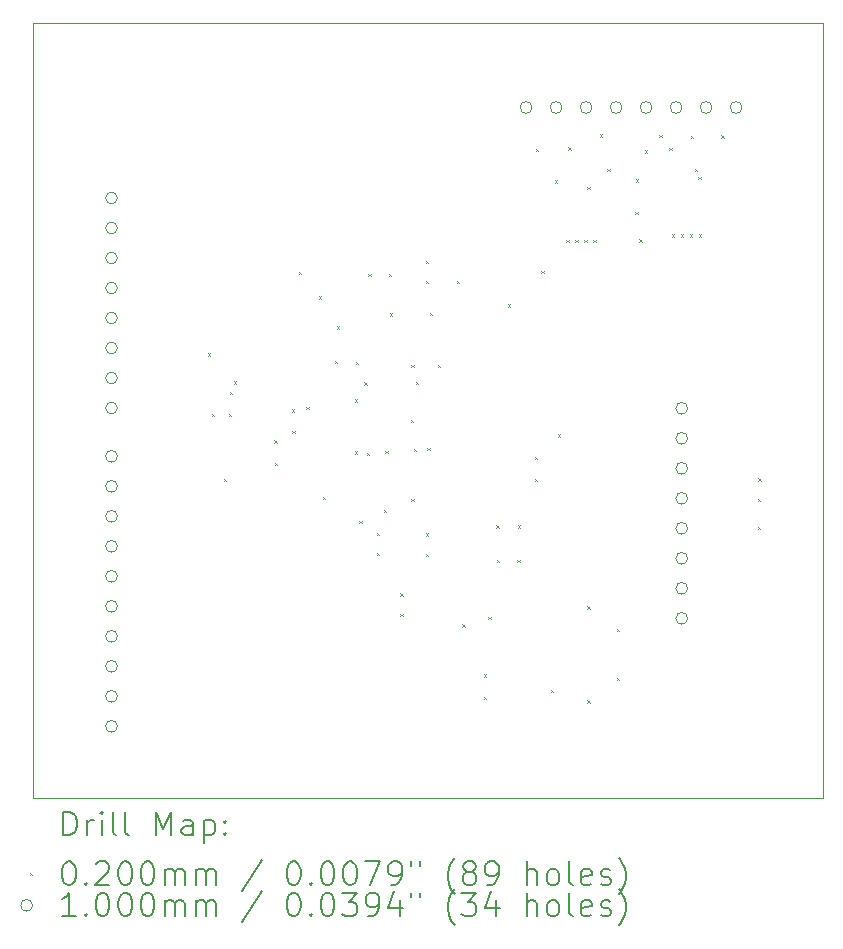
<source format=gbr>
%TF.GenerationSoftware,KiCad,Pcbnew,7.0.10*%
%TF.CreationDate,2024-03-16T23:25:48+05:30*%
%TF.ProjectId,breakout,62726561-6b6f-4757-942e-6b696361645f,rev?*%
%TF.SameCoordinates,Original*%
%TF.FileFunction,Drillmap*%
%TF.FilePolarity,Positive*%
%FSLAX45Y45*%
G04 Gerber Fmt 4.5, Leading zero omitted, Abs format (unit mm)*
G04 Created by KiCad (PCBNEW 7.0.10) date 2024-03-16 23:25:48*
%MOMM*%
%LPD*%
G01*
G04 APERTURE LIST*
%ADD10C,0.050000*%
%ADD11C,0.200000*%
%ADD12C,0.100000*%
G04 APERTURE END LIST*
D10*
X4464280Y-2931160D02*
X11150700Y-2931160D01*
X11150700Y-9497340D01*
X4464280Y-9497340D01*
X4464280Y-2931160D01*
D11*
D12*
X5945000Y-5730000D02*
X5965000Y-5750000D01*
X5965000Y-5730000D02*
X5945000Y-5750000D01*
X5980000Y-6240260D02*
X6000000Y-6260260D01*
X6000000Y-6240260D02*
X5980000Y-6260260D01*
X6080000Y-6790000D02*
X6100000Y-6810000D01*
X6100000Y-6790000D02*
X6080000Y-6810000D01*
X6125260Y-6240260D02*
X6145260Y-6260260D01*
X6145260Y-6240260D02*
X6125260Y-6260260D01*
X6130000Y-6055000D02*
X6150000Y-6075000D01*
X6150000Y-6055000D02*
X6130000Y-6075000D01*
X6165000Y-5965000D02*
X6185000Y-5985000D01*
X6185000Y-5965000D02*
X6165000Y-5985000D01*
X6510000Y-6467000D02*
X6530000Y-6487000D01*
X6530000Y-6467000D02*
X6510000Y-6487000D01*
X6511250Y-6657500D02*
X6531250Y-6677500D01*
X6531250Y-6657500D02*
X6511250Y-6677500D01*
X6660000Y-6205000D02*
X6680000Y-6225000D01*
X6680000Y-6205000D02*
X6660000Y-6225000D01*
X6662500Y-6387500D02*
X6682500Y-6407500D01*
X6682500Y-6387500D02*
X6662500Y-6407500D01*
X6717500Y-5040000D02*
X6737500Y-5060000D01*
X6737500Y-5040000D02*
X6717500Y-5060000D01*
X6780000Y-6185000D02*
X6800000Y-6205000D01*
X6800000Y-6185000D02*
X6780000Y-6205000D01*
X6887500Y-5245550D02*
X6907500Y-5265550D01*
X6907500Y-5245550D02*
X6887500Y-5265550D01*
X6921250Y-6945000D02*
X6941250Y-6965000D01*
X6941250Y-6945000D02*
X6921250Y-6965000D01*
X7020000Y-5795000D02*
X7040000Y-5815000D01*
X7040000Y-5795000D02*
X7020000Y-5815000D01*
X7040000Y-5500000D02*
X7060000Y-5520000D01*
X7060000Y-5500000D02*
X7040000Y-5520000D01*
X7190000Y-6120000D02*
X7210000Y-6140000D01*
X7210000Y-6120000D02*
X7190000Y-6140000D01*
X7190000Y-6560000D02*
X7210000Y-6580000D01*
X7210000Y-6560000D02*
X7190000Y-6580000D01*
X7200000Y-5800000D02*
X7220000Y-5820000D01*
X7220000Y-5800000D02*
X7200000Y-5820000D01*
X7230000Y-7150000D02*
X7250000Y-7170000D01*
X7250000Y-7150000D02*
X7230000Y-7170000D01*
X7272500Y-5975000D02*
X7292500Y-5995000D01*
X7292500Y-5975000D02*
X7272500Y-5995000D01*
X7295000Y-6570000D02*
X7315000Y-6590000D01*
X7315000Y-6570000D02*
X7295000Y-6590000D01*
X7303750Y-5055000D02*
X7323750Y-5075000D01*
X7323750Y-5055000D02*
X7303750Y-5075000D01*
X7375000Y-7248750D02*
X7395000Y-7268750D01*
X7395000Y-7248750D02*
X7375000Y-7268750D01*
X7375000Y-7421250D02*
X7395000Y-7441250D01*
X7395000Y-7421250D02*
X7375000Y-7441250D01*
X7435000Y-7055000D02*
X7455000Y-7075000D01*
X7455000Y-7055000D02*
X7435000Y-7075000D01*
X7450000Y-6555000D02*
X7470000Y-6575000D01*
X7470000Y-6555000D02*
X7450000Y-6575000D01*
X7476250Y-5055000D02*
X7496250Y-5075000D01*
X7496250Y-5055000D02*
X7476250Y-5075000D01*
X7485540Y-5389460D02*
X7505540Y-5409460D01*
X7505540Y-5389460D02*
X7485540Y-5409460D01*
X7575000Y-7762500D02*
X7595000Y-7782500D01*
X7595000Y-7762500D02*
X7575000Y-7782500D01*
X7575000Y-7935000D02*
X7595000Y-7955000D01*
X7595000Y-7935000D02*
X7575000Y-7955000D01*
X7666250Y-6290000D02*
X7686250Y-6310000D01*
X7686250Y-6290000D02*
X7666250Y-6310000D01*
X7670000Y-5825000D02*
X7690000Y-5845000D01*
X7690000Y-5825000D02*
X7670000Y-5845000D01*
X7670000Y-6960000D02*
X7690000Y-6980000D01*
X7690000Y-6960000D02*
X7670000Y-6980000D01*
X7690000Y-6540000D02*
X7710000Y-6560000D01*
X7710000Y-6540000D02*
X7690000Y-6560000D01*
X7705000Y-5970000D02*
X7725000Y-5990000D01*
X7725000Y-5970000D02*
X7705000Y-5990000D01*
X7790000Y-7252500D02*
X7810000Y-7272500D01*
X7810000Y-7252500D02*
X7790000Y-7272500D01*
X7790000Y-7425000D02*
X7810000Y-7445000D01*
X7810000Y-7425000D02*
X7790000Y-7445000D01*
X7792880Y-4943750D02*
X7812880Y-4963750D01*
X7812880Y-4943750D02*
X7792880Y-4963750D01*
X7792880Y-5116250D02*
X7812880Y-5136250D01*
X7812880Y-5116250D02*
X7792880Y-5136250D01*
X7805000Y-6530000D02*
X7825000Y-6550000D01*
X7825000Y-6530000D02*
X7805000Y-6550000D01*
X7825000Y-5385000D02*
X7845000Y-5405000D01*
X7845000Y-5385000D02*
X7825000Y-5405000D01*
X7895000Y-5825000D02*
X7915000Y-5845000D01*
X7915000Y-5825000D02*
X7895000Y-5845000D01*
X8055000Y-5116250D02*
X8075000Y-5136250D01*
X8075000Y-5116250D02*
X8055000Y-5136250D01*
X8102250Y-8025000D02*
X8122250Y-8045000D01*
X8122250Y-8025000D02*
X8102250Y-8045000D01*
X8282990Y-8446800D02*
X8302990Y-8466800D01*
X8302990Y-8446800D02*
X8282990Y-8466800D01*
X8282990Y-8637300D02*
X8302990Y-8657300D01*
X8302990Y-8637300D02*
X8282990Y-8657300D01*
X8322250Y-7960000D02*
X8342250Y-7980000D01*
X8342250Y-7960000D02*
X8322250Y-7980000D01*
X8390160Y-7185820D02*
X8410160Y-7205820D01*
X8410160Y-7185820D02*
X8390160Y-7205820D01*
X8395050Y-7480000D02*
X8415050Y-7500000D01*
X8415050Y-7480000D02*
X8395050Y-7500000D01*
X8485000Y-5315000D02*
X8505000Y-5335000D01*
X8505000Y-5315000D02*
X8485000Y-5335000D01*
X8567550Y-7480000D02*
X8587550Y-7500000D01*
X8587550Y-7480000D02*
X8567550Y-7500000D01*
X8572660Y-7185820D02*
X8592660Y-7205820D01*
X8592660Y-7185820D02*
X8572660Y-7205820D01*
X8712360Y-6606890D02*
X8732360Y-6626890D01*
X8732360Y-6606890D02*
X8712360Y-6626890D01*
X8712360Y-6789390D02*
X8732360Y-6809390D01*
X8732360Y-6789390D02*
X8712360Y-6809390D01*
X8722500Y-3997500D02*
X8742500Y-4017500D01*
X8742500Y-3997500D02*
X8722500Y-4017500D01*
X8770000Y-5030000D02*
X8790000Y-5050000D01*
X8790000Y-5030000D02*
X8770000Y-5050000D01*
X8849520Y-8576120D02*
X8869520Y-8596120D01*
X8869520Y-8576120D02*
X8849520Y-8596120D01*
X8885000Y-4265000D02*
X8905000Y-4285000D01*
X8905000Y-4265000D02*
X8885000Y-4285000D01*
X8910000Y-6415000D02*
X8930000Y-6435000D01*
X8930000Y-6415000D02*
X8910000Y-6435000D01*
X8981000Y-4767500D02*
X9001000Y-4787500D01*
X9001000Y-4767500D02*
X8981000Y-4787500D01*
X9000000Y-3985000D02*
X9020000Y-4005000D01*
X9020000Y-3985000D02*
X9000000Y-4005000D01*
X9057000Y-4767500D02*
X9077000Y-4787500D01*
X9077000Y-4767500D02*
X9057000Y-4787500D01*
X9133000Y-4767500D02*
X9153000Y-4787500D01*
X9153000Y-4767500D02*
X9133000Y-4787500D01*
X9158360Y-8668800D02*
X9178360Y-8688800D01*
X9178360Y-8668800D02*
X9158360Y-8688800D01*
X9159750Y-7870210D02*
X9179750Y-7890210D01*
X9179750Y-7870210D02*
X9159750Y-7890210D01*
X9160000Y-4320000D02*
X9180000Y-4340000D01*
X9180000Y-4320000D02*
X9160000Y-4340000D01*
X9209000Y-4767500D02*
X9229000Y-4787500D01*
X9229000Y-4767500D02*
X9209000Y-4787500D01*
X9265000Y-3875000D02*
X9285000Y-3895000D01*
X9285000Y-3875000D02*
X9265000Y-3895000D01*
X9330000Y-4165000D02*
X9350000Y-4185000D01*
X9350000Y-4165000D02*
X9330000Y-4185000D01*
X9409360Y-8478800D02*
X9429360Y-8498800D01*
X9429360Y-8478800D02*
X9409360Y-8498800D01*
X9410000Y-8060000D02*
X9430000Y-8080000D01*
X9430000Y-8060000D02*
X9410000Y-8080000D01*
X9565000Y-4530000D02*
X9585000Y-4550000D01*
X9585000Y-4530000D02*
X9565000Y-4550000D01*
X9570000Y-4255000D02*
X9590000Y-4275000D01*
X9590000Y-4255000D02*
X9570000Y-4275000D01*
X9600000Y-4765000D02*
X9620000Y-4785000D01*
X9620000Y-4765000D02*
X9600000Y-4785000D01*
X9647080Y-4010000D02*
X9667080Y-4030000D01*
X9667080Y-4010000D02*
X9647080Y-4030000D01*
X9770000Y-3880000D02*
X9790000Y-3900000D01*
X9790000Y-3880000D02*
X9770000Y-3900000D01*
X9855000Y-3990000D02*
X9875000Y-4010000D01*
X9875000Y-3990000D02*
X9855000Y-4010000D01*
X9874480Y-4723280D02*
X9894480Y-4743280D01*
X9894480Y-4723280D02*
X9874480Y-4743280D01*
X9950480Y-4723280D02*
X9970480Y-4743280D01*
X9970480Y-4723280D02*
X9950480Y-4743280D01*
X10026480Y-4723280D02*
X10046480Y-4743280D01*
X10046480Y-4723280D02*
X10026480Y-4743280D01*
X10035000Y-3890000D02*
X10055000Y-3910000D01*
X10055000Y-3890000D02*
X10035000Y-3910000D01*
X10072230Y-4165800D02*
X10092230Y-4185800D01*
X10092230Y-4165800D02*
X10072230Y-4185800D01*
X10100000Y-4233655D02*
X10120000Y-4253655D01*
X10120000Y-4233655D02*
X10100000Y-4253655D01*
X10102480Y-4723280D02*
X10122480Y-4743280D01*
X10122480Y-4723280D02*
X10102480Y-4743280D01*
X10295000Y-3885000D02*
X10315000Y-3905000D01*
X10315000Y-3885000D02*
X10295000Y-3905000D01*
X10603140Y-6960640D02*
X10623140Y-6980640D01*
X10623140Y-6960640D02*
X10603140Y-6980640D01*
X10603140Y-7197640D02*
X10623140Y-7217640D01*
X10623140Y-7197640D02*
X10603140Y-7217640D01*
X10606160Y-6788670D02*
X10626160Y-6808670D01*
X10626160Y-6788670D02*
X10606160Y-6808670D01*
X5180800Y-4414520D02*
G75*
G03*
X5080800Y-4414520I-50000J0D01*
G01*
X5080800Y-4414520D02*
G75*
G03*
X5180800Y-4414520I50000J0D01*
G01*
X5180800Y-4668520D02*
G75*
G03*
X5080800Y-4668520I-50000J0D01*
G01*
X5080800Y-4668520D02*
G75*
G03*
X5180800Y-4668520I50000J0D01*
G01*
X5180800Y-4922520D02*
G75*
G03*
X5080800Y-4922520I-50000J0D01*
G01*
X5080800Y-4922520D02*
G75*
G03*
X5180800Y-4922520I50000J0D01*
G01*
X5180800Y-5176520D02*
G75*
G03*
X5080800Y-5176520I-50000J0D01*
G01*
X5080800Y-5176520D02*
G75*
G03*
X5180800Y-5176520I50000J0D01*
G01*
X5180800Y-5430520D02*
G75*
G03*
X5080800Y-5430520I-50000J0D01*
G01*
X5080800Y-5430520D02*
G75*
G03*
X5180800Y-5430520I50000J0D01*
G01*
X5180800Y-5684520D02*
G75*
G03*
X5080800Y-5684520I-50000J0D01*
G01*
X5080800Y-5684520D02*
G75*
G03*
X5180800Y-5684520I50000J0D01*
G01*
X5180800Y-5938520D02*
G75*
G03*
X5080800Y-5938520I-50000J0D01*
G01*
X5080800Y-5938520D02*
G75*
G03*
X5180800Y-5938520I50000J0D01*
G01*
X5180800Y-6192520D02*
G75*
G03*
X5080800Y-6192520I-50000J0D01*
G01*
X5080800Y-6192520D02*
G75*
G03*
X5180800Y-6192520I50000J0D01*
G01*
X5180800Y-6601460D02*
G75*
G03*
X5080800Y-6601460I-50000J0D01*
G01*
X5080800Y-6601460D02*
G75*
G03*
X5180800Y-6601460I50000J0D01*
G01*
X5180800Y-6855460D02*
G75*
G03*
X5080800Y-6855460I-50000J0D01*
G01*
X5080800Y-6855460D02*
G75*
G03*
X5180800Y-6855460I50000J0D01*
G01*
X5180800Y-7109460D02*
G75*
G03*
X5080800Y-7109460I-50000J0D01*
G01*
X5080800Y-7109460D02*
G75*
G03*
X5180800Y-7109460I50000J0D01*
G01*
X5180800Y-7363460D02*
G75*
G03*
X5080800Y-7363460I-50000J0D01*
G01*
X5080800Y-7363460D02*
G75*
G03*
X5180800Y-7363460I50000J0D01*
G01*
X5180800Y-7617460D02*
G75*
G03*
X5080800Y-7617460I-50000J0D01*
G01*
X5080800Y-7617460D02*
G75*
G03*
X5180800Y-7617460I50000J0D01*
G01*
X5180800Y-7871460D02*
G75*
G03*
X5080800Y-7871460I-50000J0D01*
G01*
X5080800Y-7871460D02*
G75*
G03*
X5180800Y-7871460I50000J0D01*
G01*
X5180800Y-8125460D02*
G75*
G03*
X5080800Y-8125460I-50000J0D01*
G01*
X5080800Y-8125460D02*
G75*
G03*
X5180800Y-8125460I50000J0D01*
G01*
X5180800Y-8379460D02*
G75*
G03*
X5080800Y-8379460I-50000J0D01*
G01*
X5080800Y-8379460D02*
G75*
G03*
X5180800Y-8379460I50000J0D01*
G01*
X5180800Y-8633460D02*
G75*
G03*
X5080800Y-8633460I-50000J0D01*
G01*
X5080800Y-8633460D02*
G75*
G03*
X5180800Y-8633460I50000J0D01*
G01*
X5180800Y-8887460D02*
G75*
G03*
X5080800Y-8887460I-50000J0D01*
G01*
X5080800Y-8887460D02*
G75*
G03*
X5180800Y-8887460I50000J0D01*
G01*
X8691080Y-3647440D02*
G75*
G03*
X8591080Y-3647440I-50000J0D01*
G01*
X8591080Y-3647440D02*
G75*
G03*
X8691080Y-3647440I50000J0D01*
G01*
X8945080Y-3647440D02*
G75*
G03*
X8845080Y-3647440I-50000J0D01*
G01*
X8845080Y-3647440D02*
G75*
G03*
X8945080Y-3647440I50000J0D01*
G01*
X9199080Y-3647440D02*
G75*
G03*
X9099080Y-3647440I-50000J0D01*
G01*
X9099080Y-3647440D02*
G75*
G03*
X9199080Y-3647440I50000J0D01*
G01*
X9453080Y-3647440D02*
G75*
G03*
X9353080Y-3647440I-50000J0D01*
G01*
X9353080Y-3647440D02*
G75*
G03*
X9453080Y-3647440I50000J0D01*
G01*
X9707080Y-3647440D02*
G75*
G03*
X9607080Y-3647440I-50000J0D01*
G01*
X9607080Y-3647440D02*
G75*
G03*
X9707080Y-3647440I50000J0D01*
G01*
X9961080Y-3647440D02*
G75*
G03*
X9861080Y-3647440I-50000J0D01*
G01*
X9861080Y-3647440D02*
G75*
G03*
X9961080Y-3647440I50000J0D01*
G01*
X10009340Y-6195060D02*
G75*
G03*
X9909340Y-6195060I-50000J0D01*
G01*
X9909340Y-6195060D02*
G75*
G03*
X10009340Y-6195060I50000J0D01*
G01*
X10009340Y-6449060D02*
G75*
G03*
X9909340Y-6449060I-50000J0D01*
G01*
X9909340Y-6449060D02*
G75*
G03*
X10009340Y-6449060I50000J0D01*
G01*
X10009340Y-6703060D02*
G75*
G03*
X9909340Y-6703060I-50000J0D01*
G01*
X9909340Y-6703060D02*
G75*
G03*
X10009340Y-6703060I50000J0D01*
G01*
X10009340Y-6957060D02*
G75*
G03*
X9909340Y-6957060I-50000J0D01*
G01*
X9909340Y-6957060D02*
G75*
G03*
X10009340Y-6957060I50000J0D01*
G01*
X10009340Y-7211060D02*
G75*
G03*
X9909340Y-7211060I-50000J0D01*
G01*
X9909340Y-7211060D02*
G75*
G03*
X10009340Y-7211060I50000J0D01*
G01*
X10009340Y-7465060D02*
G75*
G03*
X9909340Y-7465060I-50000J0D01*
G01*
X9909340Y-7465060D02*
G75*
G03*
X10009340Y-7465060I50000J0D01*
G01*
X10009340Y-7719060D02*
G75*
G03*
X9909340Y-7719060I-50000J0D01*
G01*
X9909340Y-7719060D02*
G75*
G03*
X10009340Y-7719060I50000J0D01*
G01*
X10009340Y-7973060D02*
G75*
G03*
X9909340Y-7973060I-50000J0D01*
G01*
X9909340Y-7973060D02*
G75*
G03*
X10009340Y-7973060I50000J0D01*
G01*
X10215080Y-3647440D02*
G75*
G03*
X10115080Y-3647440I-50000J0D01*
G01*
X10115080Y-3647440D02*
G75*
G03*
X10215080Y-3647440I50000J0D01*
G01*
X10469080Y-3647440D02*
G75*
G03*
X10369080Y-3647440I-50000J0D01*
G01*
X10369080Y-3647440D02*
G75*
G03*
X10469080Y-3647440I50000J0D01*
G01*
D11*
X4722557Y-9811324D02*
X4722557Y-9611324D01*
X4722557Y-9611324D02*
X4770176Y-9611324D01*
X4770176Y-9611324D02*
X4798747Y-9620848D01*
X4798747Y-9620848D02*
X4817795Y-9639895D01*
X4817795Y-9639895D02*
X4827319Y-9658943D01*
X4827319Y-9658943D02*
X4836843Y-9697038D01*
X4836843Y-9697038D02*
X4836843Y-9725610D01*
X4836843Y-9725610D02*
X4827319Y-9763705D01*
X4827319Y-9763705D02*
X4817795Y-9782752D01*
X4817795Y-9782752D02*
X4798747Y-9801800D01*
X4798747Y-9801800D02*
X4770176Y-9811324D01*
X4770176Y-9811324D02*
X4722557Y-9811324D01*
X4922557Y-9811324D02*
X4922557Y-9677990D01*
X4922557Y-9716086D02*
X4932081Y-9697038D01*
X4932081Y-9697038D02*
X4941604Y-9687514D01*
X4941604Y-9687514D02*
X4960652Y-9677990D01*
X4960652Y-9677990D02*
X4979700Y-9677990D01*
X5046366Y-9811324D02*
X5046366Y-9677990D01*
X5046366Y-9611324D02*
X5036843Y-9620848D01*
X5036843Y-9620848D02*
X5046366Y-9630371D01*
X5046366Y-9630371D02*
X5055890Y-9620848D01*
X5055890Y-9620848D02*
X5046366Y-9611324D01*
X5046366Y-9611324D02*
X5046366Y-9630371D01*
X5170176Y-9811324D02*
X5151128Y-9801800D01*
X5151128Y-9801800D02*
X5141604Y-9782752D01*
X5141604Y-9782752D02*
X5141604Y-9611324D01*
X5274938Y-9811324D02*
X5255890Y-9801800D01*
X5255890Y-9801800D02*
X5246366Y-9782752D01*
X5246366Y-9782752D02*
X5246366Y-9611324D01*
X5503509Y-9811324D02*
X5503509Y-9611324D01*
X5503509Y-9611324D02*
X5570176Y-9754181D01*
X5570176Y-9754181D02*
X5636842Y-9611324D01*
X5636842Y-9611324D02*
X5636842Y-9811324D01*
X5817795Y-9811324D02*
X5817795Y-9706562D01*
X5817795Y-9706562D02*
X5808271Y-9687514D01*
X5808271Y-9687514D02*
X5789223Y-9677990D01*
X5789223Y-9677990D02*
X5751128Y-9677990D01*
X5751128Y-9677990D02*
X5732081Y-9687514D01*
X5817795Y-9801800D02*
X5798747Y-9811324D01*
X5798747Y-9811324D02*
X5751128Y-9811324D01*
X5751128Y-9811324D02*
X5732081Y-9801800D01*
X5732081Y-9801800D02*
X5722557Y-9782752D01*
X5722557Y-9782752D02*
X5722557Y-9763705D01*
X5722557Y-9763705D02*
X5732081Y-9744657D01*
X5732081Y-9744657D02*
X5751128Y-9735133D01*
X5751128Y-9735133D02*
X5798747Y-9735133D01*
X5798747Y-9735133D02*
X5817795Y-9725610D01*
X5913033Y-9677990D02*
X5913033Y-9877990D01*
X5913033Y-9687514D02*
X5932081Y-9677990D01*
X5932081Y-9677990D02*
X5970176Y-9677990D01*
X5970176Y-9677990D02*
X5989223Y-9687514D01*
X5989223Y-9687514D02*
X5998747Y-9697038D01*
X5998747Y-9697038D02*
X6008271Y-9716086D01*
X6008271Y-9716086D02*
X6008271Y-9773229D01*
X6008271Y-9773229D02*
X5998747Y-9792276D01*
X5998747Y-9792276D02*
X5989223Y-9801800D01*
X5989223Y-9801800D02*
X5970176Y-9811324D01*
X5970176Y-9811324D02*
X5932081Y-9811324D01*
X5932081Y-9811324D02*
X5913033Y-9801800D01*
X6093985Y-9792276D02*
X6103509Y-9801800D01*
X6103509Y-9801800D02*
X6093985Y-9811324D01*
X6093985Y-9811324D02*
X6084462Y-9801800D01*
X6084462Y-9801800D02*
X6093985Y-9792276D01*
X6093985Y-9792276D02*
X6093985Y-9811324D01*
X6093985Y-9687514D02*
X6103509Y-9697038D01*
X6103509Y-9697038D02*
X6093985Y-9706562D01*
X6093985Y-9706562D02*
X6084462Y-9697038D01*
X6084462Y-9697038D02*
X6093985Y-9687514D01*
X6093985Y-9687514D02*
X6093985Y-9706562D01*
D12*
X4441780Y-10129840D02*
X4461780Y-10149840D01*
X4461780Y-10129840D02*
X4441780Y-10149840D01*
D11*
X4760652Y-10031324D02*
X4779700Y-10031324D01*
X4779700Y-10031324D02*
X4798747Y-10040848D01*
X4798747Y-10040848D02*
X4808271Y-10050371D01*
X4808271Y-10050371D02*
X4817795Y-10069419D01*
X4817795Y-10069419D02*
X4827319Y-10107514D01*
X4827319Y-10107514D02*
X4827319Y-10155133D01*
X4827319Y-10155133D02*
X4817795Y-10193229D01*
X4817795Y-10193229D02*
X4808271Y-10212276D01*
X4808271Y-10212276D02*
X4798747Y-10221800D01*
X4798747Y-10221800D02*
X4779700Y-10231324D01*
X4779700Y-10231324D02*
X4760652Y-10231324D01*
X4760652Y-10231324D02*
X4741604Y-10221800D01*
X4741604Y-10221800D02*
X4732081Y-10212276D01*
X4732081Y-10212276D02*
X4722557Y-10193229D01*
X4722557Y-10193229D02*
X4713033Y-10155133D01*
X4713033Y-10155133D02*
X4713033Y-10107514D01*
X4713033Y-10107514D02*
X4722557Y-10069419D01*
X4722557Y-10069419D02*
X4732081Y-10050371D01*
X4732081Y-10050371D02*
X4741604Y-10040848D01*
X4741604Y-10040848D02*
X4760652Y-10031324D01*
X4913033Y-10212276D02*
X4922557Y-10221800D01*
X4922557Y-10221800D02*
X4913033Y-10231324D01*
X4913033Y-10231324D02*
X4903509Y-10221800D01*
X4903509Y-10221800D02*
X4913033Y-10212276D01*
X4913033Y-10212276D02*
X4913033Y-10231324D01*
X4998747Y-10050371D02*
X5008271Y-10040848D01*
X5008271Y-10040848D02*
X5027319Y-10031324D01*
X5027319Y-10031324D02*
X5074938Y-10031324D01*
X5074938Y-10031324D02*
X5093985Y-10040848D01*
X5093985Y-10040848D02*
X5103509Y-10050371D01*
X5103509Y-10050371D02*
X5113033Y-10069419D01*
X5113033Y-10069419D02*
X5113033Y-10088467D01*
X5113033Y-10088467D02*
X5103509Y-10117038D01*
X5103509Y-10117038D02*
X4989224Y-10231324D01*
X4989224Y-10231324D02*
X5113033Y-10231324D01*
X5236843Y-10031324D02*
X5255890Y-10031324D01*
X5255890Y-10031324D02*
X5274938Y-10040848D01*
X5274938Y-10040848D02*
X5284462Y-10050371D01*
X5284462Y-10050371D02*
X5293985Y-10069419D01*
X5293985Y-10069419D02*
X5303509Y-10107514D01*
X5303509Y-10107514D02*
X5303509Y-10155133D01*
X5303509Y-10155133D02*
X5293985Y-10193229D01*
X5293985Y-10193229D02*
X5284462Y-10212276D01*
X5284462Y-10212276D02*
X5274938Y-10221800D01*
X5274938Y-10221800D02*
X5255890Y-10231324D01*
X5255890Y-10231324D02*
X5236843Y-10231324D01*
X5236843Y-10231324D02*
X5217795Y-10221800D01*
X5217795Y-10221800D02*
X5208271Y-10212276D01*
X5208271Y-10212276D02*
X5198747Y-10193229D01*
X5198747Y-10193229D02*
X5189224Y-10155133D01*
X5189224Y-10155133D02*
X5189224Y-10107514D01*
X5189224Y-10107514D02*
X5198747Y-10069419D01*
X5198747Y-10069419D02*
X5208271Y-10050371D01*
X5208271Y-10050371D02*
X5217795Y-10040848D01*
X5217795Y-10040848D02*
X5236843Y-10031324D01*
X5427319Y-10031324D02*
X5446366Y-10031324D01*
X5446366Y-10031324D02*
X5465414Y-10040848D01*
X5465414Y-10040848D02*
X5474938Y-10050371D01*
X5474938Y-10050371D02*
X5484462Y-10069419D01*
X5484462Y-10069419D02*
X5493985Y-10107514D01*
X5493985Y-10107514D02*
X5493985Y-10155133D01*
X5493985Y-10155133D02*
X5484462Y-10193229D01*
X5484462Y-10193229D02*
X5474938Y-10212276D01*
X5474938Y-10212276D02*
X5465414Y-10221800D01*
X5465414Y-10221800D02*
X5446366Y-10231324D01*
X5446366Y-10231324D02*
X5427319Y-10231324D01*
X5427319Y-10231324D02*
X5408271Y-10221800D01*
X5408271Y-10221800D02*
X5398747Y-10212276D01*
X5398747Y-10212276D02*
X5389224Y-10193229D01*
X5389224Y-10193229D02*
X5379700Y-10155133D01*
X5379700Y-10155133D02*
X5379700Y-10107514D01*
X5379700Y-10107514D02*
X5389224Y-10069419D01*
X5389224Y-10069419D02*
X5398747Y-10050371D01*
X5398747Y-10050371D02*
X5408271Y-10040848D01*
X5408271Y-10040848D02*
X5427319Y-10031324D01*
X5579700Y-10231324D02*
X5579700Y-10097990D01*
X5579700Y-10117038D02*
X5589224Y-10107514D01*
X5589224Y-10107514D02*
X5608271Y-10097990D01*
X5608271Y-10097990D02*
X5636843Y-10097990D01*
X5636843Y-10097990D02*
X5655890Y-10107514D01*
X5655890Y-10107514D02*
X5665414Y-10126562D01*
X5665414Y-10126562D02*
X5665414Y-10231324D01*
X5665414Y-10126562D02*
X5674938Y-10107514D01*
X5674938Y-10107514D02*
X5693985Y-10097990D01*
X5693985Y-10097990D02*
X5722557Y-10097990D01*
X5722557Y-10097990D02*
X5741604Y-10107514D01*
X5741604Y-10107514D02*
X5751128Y-10126562D01*
X5751128Y-10126562D02*
X5751128Y-10231324D01*
X5846366Y-10231324D02*
X5846366Y-10097990D01*
X5846366Y-10117038D02*
X5855890Y-10107514D01*
X5855890Y-10107514D02*
X5874938Y-10097990D01*
X5874938Y-10097990D02*
X5903509Y-10097990D01*
X5903509Y-10097990D02*
X5922557Y-10107514D01*
X5922557Y-10107514D02*
X5932081Y-10126562D01*
X5932081Y-10126562D02*
X5932081Y-10231324D01*
X5932081Y-10126562D02*
X5941604Y-10107514D01*
X5941604Y-10107514D02*
X5960652Y-10097990D01*
X5960652Y-10097990D02*
X5989223Y-10097990D01*
X5989223Y-10097990D02*
X6008271Y-10107514D01*
X6008271Y-10107514D02*
X6017795Y-10126562D01*
X6017795Y-10126562D02*
X6017795Y-10231324D01*
X6408271Y-10021800D02*
X6236843Y-10278943D01*
X6665414Y-10031324D02*
X6684462Y-10031324D01*
X6684462Y-10031324D02*
X6703509Y-10040848D01*
X6703509Y-10040848D02*
X6713033Y-10050371D01*
X6713033Y-10050371D02*
X6722557Y-10069419D01*
X6722557Y-10069419D02*
X6732081Y-10107514D01*
X6732081Y-10107514D02*
X6732081Y-10155133D01*
X6732081Y-10155133D02*
X6722557Y-10193229D01*
X6722557Y-10193229D02*
X6713033Y-10212276D01*
X6713033Y-10212276D02*
X6703509Y-10221800D01*
X6703509Y-10221800D02*
X6684462Y-10231324D01*
X6684462Y-10231324D02*
X6665414Y-10231324D01*
X6665414Y-10231324D02*
X6646366Y-10221800D01*
X6646366Y-10221800D02*
X6636843Y-10212276D01*
X6636843Y-10212276D02*
X6627319Y-10193229D01*
X6627319Y-10193229D02*
X6617795Y-10155133D01*
X6617795Y-10155133D02*
X6617795Y-10107514D01*
X6617795Y-10107514D02*
X6627319Y-10069419D01*
X6627319Y-10069419D02*
X6636843Y-10050371D01*
X6636843Y-10050371D02*
X6646366Y-10040848D01*
X6646366Y-10040848D02*
X6665414Y-10031324D01*
X6817795Y-10212276D02*
X6827319Y-10221800D01*
X6827319Y-10221800D02*
X6817795Y-10231324D01*
X6817795Y-10231324D02*
X6808271Y-10221800D01*
X6808271Y-10221800D02*
X6817795Y-10212276D01*
X6817795Y-10212276D02*
X6817795Y-10231324D01*
X6951128Y-10031324D02*
X6970176Y-10031324D01*
X6970176Y-10031324D02*
X6989224Y-10040848D01*
X6989224Y-10040848D02*
X6998747Y-10050371D01*
X6998747Y-10050371D02*
X7008271Y-10069419D01*
X7008271Y-10069419D02*
X7017795Y-10107514D01*
X7017795Y-10107514D02*
X7017795Y-10155133D01*
X7017795Y-10155133D02*
X7008271Y-10193229D01*
X7008271Y-10193229D02*
X6998747Y-10212276D01*
X6998747Y-10212276D02*
X6989224Y-10221800D01*
X6989224Y-10221800D02*
X6970176Y-10231324D01*
X6970176Y-10231324D02*
X6951128Y-10231324D01*
X6951128Y-10231324D02*
X6932081Y-10221800D01*
X6932081Y-10221800D02*
X6922557Y-10212276D01*
X6922557Y-10212276D02*
X6913033Y-10193229D01*
X6913033Y-10193229D02*
X6903509Y-10155133D01*
X6903509Y-10155133D02*
X6903509Y-10107514D01*
X6903509Y-10107514D02*
X6913033Y-10069419D01*
X6913033Y-10069419D02*
X6922557Y-10050371D01*
X6922557Y-10050371D02*
X6932081Y-10040848D01*
X6932081Y-10040848D02*
X6951128Y-10031324D01*
X7141605Y-10031324D02*
X7160652Y-10031324D01*
X7160652Y-10031324D02*
X7179700Y-10040848D01*
X7179700Y-10040848D02*
X7189224Y-10050371D01*
X7189224Y-10050371D02*
X7198747Y-10069419D01*
X7198747Y-10069419D02*
X7208271Y-10107514D01*
X7208271Y-10107514D02*
X7208271Y-10155133D01*
X7208271Y-10155133D02*
X7198747Y-10193229D01*
X7198747Y-10193229D02*
X7189224Y-10212276D01*
X7189224Y-10212276D02*
X7179700Y-10221800D01*
X7179700Y-10221800D02*
X7160652Y-10231324D01*
X7160652Y-10231324D02*
X7141605Y-10231324D01*
X7141605Y-10231324D02*
X7122557Y-10221800D01*
X7122557Y-10221800D02*
X7113033Y-10212276D01*
X7113033Y-10212276D02*
X7103509Y-10193229D01*
X7103509Y-10193229D02*
X7093986Y-10155133D01*
X7093986Y-10155133D02*
X7093986Y-10107514D01*
X7093986Y-10107514D02*
X7103509Y-10069419D01*
X7103509Y-10069419D02*
X7113033Y-10050371D01*
X7113033Y-10050371D02*
X7122557Y-10040848D01*
X7122557Y-10040848D02*
X7141605Y-10031324D01*
X7274938Y-10031324D02*
X7408271Y-10031324D01*
X7408271Y-10031324D02*
X7322557Y-10231324D01*
X7493986Y-10231324D02*
X7532081Y-10231324D01*
X7532081Y-10231324D02*
X7551128Y-10221800D01*
X7551128Y-10221800D02*
X7560652Y-10212276D01*
X7560652Y-10212276D02*
X7579700Y-10183705D01*
X7579700Y-10183705D02*
X7589224Y-10145610D01*
X7589224Y-10145610D02*
X7589224Y-10069419D01*
X7589224Y-10069419D02*
X7579700Y-10050371D01*
X7579700Y-10050371D02*
X7570176Y-10040848D01*
X7570176Y-10040848D02*
X7551128Y-10031324D01*
X7551128Y-10031324D02*
X7513033Y-10031324D01*
X7513033Y-10031324D02*
X7493986Y-10040848D01*
X7493986Y-10040848D02*
X7484462Y-10050371D01*
X7484462Y-10050371D02*
X7474938Y-10069419D01*
X7474938Y-10069419D02*
X7474938Y-10117038D01*
X7474938Y-10117038D02*
X7484462Y-10136086D01*
X7484462Y-10136086D02*
X7493986Y-10145610D01*
X7493986Y-10145610D02*
X7513033Y-10155133D01*
X7513033Y-10155133D02*
X7551128Y-10155133D01*
X7551128Y-10155133D02*
X7570176Y-10145610D01*
X7570176Y-10145610D02*
X7579700Y-10136086D01*
X7579700Y-10136086D02*
X7589224Y-10117038D01*
X7665414Y-10031324D02*
X7665414Y-10069419D01*
X7741605Y-10031324D02*
X7741605Y-10069419D01*
X8036843Y-10307514D02*
X8027319Y-10297990D01*
X8027319Y-10297990D02*
X8008271Y-10269419D01*
X8008271Y-10269419D02*
X7998748Y-10250371D01*
X7998748Y-10250371D02*
X7989224Y-10221800D01*
X7989224Y-10221800D02*
X7979700Y-10174181D01*
X7979700Y-10174181D02*
X7979700Y-10136086D01*
X7979700Y-10136086D02*
X7989224Y-10088467D01*
X7989224Y-10088467D02*
X7998748Y-10059895D01*
X7998748Y-10059895D02*
X8008271Y-10040848D01*
X8008271Y-10040848D02*
X8027319Y-10012276D01*
X8027319Y-10012276D02*
X8036843Y-10002752D01*
X8141605Y-10117038D02*
X8122557Y-10107514D01*
X8122557Y-10107514D02*
X8113033Y-10097990D01*
X8113033Y-10097990D02*
X8103509Y-10078943D01*
X8103509Y-10078943D02*
X8103509Y-10069419D01*
X8103509Y-10069419D02*
X8113033Y-10050371D01*
X8113033Y-10050371D02*
X8122557Y-10040848D01*
X8122557Y-10040848D02*
X8141605Y-10031324D01*
X8141605Y-10031324D02*
X8179700Y-10031324D01*
X8179700Y-10031324D02*
X8198748Y-10040848D01*
X8198748Y-10040848D02*
X8208271Y-10050371D01*
X8208271Y-10050371D02*
X8217795Y-10069419D01*
X8217795Y-10069419D02*
X8217795Y-10078943D01*
X8217795Y-10078943D02*
X8208271Y-10097990D01*
X8208271Y-10097990D02*
X8198748Y-10107514D01*
X8198748Y-10107514D02*
X8179700Y-10117038D01*
X8179700Y-10117038D02*
X8141605Y-10117038D01*
X8141605Y-10117038D02*
X8122557Y-10126562D01*
X8122557Y-10126562D02*
X8113033Y-10136086D01*
X8113033Y-10136086D02*
X8103509Y-10155133D01*
X8103509Y-10155133D02*
X8103509Y-10193229D01*
X8103509Y-10193229D02*
X8113033Y-10212276D01*
X8113033Y-10212276D02*
X8122557Y-10221800D01*
X8122557Y-10221800D02*
X8141605Y-10231324D01*
X8141605Y-10231324D02*
X8179700Y-10231324D01*
X8179700Y-10231324D02*
X8198748Y-10221800D01*
X8198748Y-10221800D02*
X8208271Y-10212276D01*
X8208271Y-10212276D02*
X8217795Y-10193229D01*
X8217795Y-10193229D02*
X8217795Y-10155133D01*
X8217795Y-10155133D02*
X8208271Y-10136086D01*
X8208271Y-10136086D02*
X8198748Y-10126562D01*
X8198748Y-10126562D02*
X8179700Y-10117038D01*
X8313033Y-10231324D02*
X8351128Y-10231324D01*
X8351128Y-10231324D02*
X8370176Y-10221800D01*
X8370176Y-10221800D02*
X8379700Y-10212276D01*
X8379700Y-10212276D02*
X8398748Y-10183705D01*
X8398748Y-10183705D02*
X8408271Y-10145610D01*
X8408271Y-10145610D02*
X8408271Y-10069419D01*
X8408271Y-10069419D02*
X8398748Y-10050371D01*
X8398748Y-10050371D02*
X8389224Y-10040848D01*
X8389224Y-10040848D02*
X8370176Y-10031324D01*
X8370176Y-10031324D02*
X8332081Y-10031324D01*
X8332081Y-10031324D02*
X8313033Y-10040848D01*
X8313033Y-10040848D02*
X8303509Y-10050371D01*
X8303509Y-10050371D02*
X8293986Y-10069419D01*
X8293986Y-10069419D02*
X8293986Y-10117038D01*
X8293986Y-10117038D02*
X8303509Y-10136086D01*
X8303509Y-10136086D02*
X8313033Y-10145610D01*
X8313033Y-10145610D02*
X8332081Y-10155133D01*
X8332081Y-10155133D02*
X8370176Y-10155133D01*
X8370176Y-10155133D02*
X8389224Y-10145610D01*
X8389224Y-10145610D02*
X8398748Y-10136086D01*
X8398748Y-10136086D02*
X8408271Y-10117038D01*
X8646367Y-10231324D02*
X8646367Y-10031324D01*
X8732081Y-10231324D02*
X8732081Y-10126562D01*
X8732081Y-10126562D02*
X8722557Y-10107514D01*
X8722557Y-10107514D02*
X8703510Y-10097990D01*
X8703510Y-10097990D02*
X8674938Y-10097990D01*
X8674938Y-10097990D02*
X8655891Y-10107514D01*
X8655891Y-10107514D02*
X8646367Y-10117038D01*
X8855891Y-10231324D02*
X8836843Y-10221800D01*
X8836843Y-10221800D02*
X8827319Y-10212276D01*
X8827319Y-10212276D02*
X8817795Y-10193229D01*
X8817795Y-10193229D02*
X8817795Y-10136086D01*
X8817795Y-10136086D02*
X8827319Y-10117038D01*
X8827319Y-10117038D02*
X8836843Y-10107514D01*
X8836843Y-10107514D02*
X8855891Y-10097990D01*
X8855891Y-10097990D02*
X8884462Y-10097990D01*
X8884462Y-10097990D02*
X8903510Y-10107514D01*
X8903510Y-10107514D02*
X8913033Y-10117038D01*
X8913033Y-10117038D02*
X8922557Y-10136086D01*
X8922557Y-10136086D02*
X8922557Y-10193229D01*
X8922557Y-10193229D02*
X8913033Y-10212276D01*
X8913033Y-10212276D02*
X8903510Y-10221800D01*
X8903510Y-10221800D02*
X8884462Y-10231324D01*
X8884462Y-10231324D02*
X8855891Y-10231324D01*
X9036843Y-10231324D02*
X9017795Y-10221800D01*
X9017795Y-10221800D02*
X9008272Y-10202752D01*
X9008272Y-10202752D02*
X9008272Y-10031324D01*
X9189224Y-10221800D02*
X9170176Y-10231324D01*
X9170176Y-10231324D02*
X9132081Y-10231324D01*
X9132081Y-10231324D02*
X9113033Y-10221800D01*
X9113033Y-10221800D02*
X9103510Y-10202752D01*
X9103510Y-10202752D02*
X9103510Y-10126562D01*
X9103510Y-10126562D02*
X9113033Y-10107514D01*
X9113033Y-10107514D02*
X9132081Y-10097990D01*
X9132081Y-10097990D02*
X9170176Y-10097990D01*
X9170176Y-10097990D02*
X9189224Y-10107514D01*
X9189224Y-10107514D02*
X9198748Y-10126562D01*
X9198748Y-10126562D02*
X9198748Y-10145610D01*
X9198748Y-10145610D02*
X9103510Y-10164657D01*
X9274938Y-10221800D02*
X9293986Y-10231324D01*
X9293986Y-10231324D02*
X9332081Y-10231324D01*
X9332081Y-10231324D02*
X9351129Y-10221800D01*
X9351129Y-10221800D02*
X9360653Y-10202752D01*
X9360653Y-10202752D02*
X9360653Y-10193229D01*
X9360653Y-10193229D02*
X9351129Y-10174181D01*
X9351129Y-10174181D02*
X9332081Y-10164657D01*
X9332081Y-10164657D02*
X9303510Y-10164657D01*
X9303510Y-10164657D02*
X9284462Y-10155133D01*
X9284462Y-10155133D02*
X9274938Y-10136086D01*
X9274938Y-10136086D02*
X9274938Y-10126562D01*
X9274938Y-10126562D02*
X9284462Y-10107514D01*
X9284462Y-10107514D02*
X9303510Y-10097990D01*
X9303510Y-10097990D02*
X9332081Y-10097990D01*
X9332081Y-10097990D02*
X9351129Y-10107514D01*
X9427319Y-10307514D02*
X9436843Y-10297990D01*
X9436843Y-10297990D02*
X9455891Y-10269419D01*
X9455891Y-10269419D02*
X9465414Y-10250371D01*
X9465414Y-10250371D02*
X9474938Y-10221800D01*
X9474938Y-10221800D02*
X9484462Y-10174181D01*
X9484462Y-10174181D02*
X9484462Y-10136086D01*
X9484462Y-10136086D02*
X9474938Y-10088467D01*
X9474938Y-10088467D02*
X9465414Y-10059895D01*
X9465414Y-10059895D02*
X9455891Y-10040848D01*
X9455891Y-10040848D02*
X9436843Y-10012276D01*
X9436843Y-10012276D02*
X9427319Y-10002752D01*
D12*
X4461780Y-10403840D02*
G75*
G03*
X4361780Y-10403840I-50000J0D01*
G01*
X4361780Y-10403840D02*
G75*
G03*
X4461780Y-10403840I50000J0D01*
G01*
D11*
X4827319Y-10495324D02*
X4713033Y-10495324D01*
X4770176Y-10495324D02*
X4770176Y-10295324D01*
X4770176Y-10295324D02*
X4751128Y-10323895D01*
X4751128Y-10323895D02*
X4732081Y-10342943D01*
X4732081Y-10342943D02*
X4713033Y-10352467D01*
X4913033Y-10476276D02*
X4922557Y-10485800D01*
X4922557Y-10485800D02*
X4913033Y-10495324D01*
X4913033Y-10495324D02*
X4903509Y-10485800D01*
X4903509Y-10485800D02*
X4913033Y-10476276D01*
X4913033Y-10476276D02*
X4913033Y-10495324D01*
X5046366Y-10295324D02*
X5065414Y-10295324D01*
X5065414Y-10295324D02*
X5084462Y-10304848D01*
X5084462Y-10304848D02*
X5093985Y-10314371D01*
X5093985Y-10314371D02*
X5103509Y-10333419D01*
X5103509Y-10333419D02*
X5113033Y-10371514D01*
X5113033Y-10371514D02*
X5113033Y-10419133D01*
X5113033Y-10419133D02*
X5103509Y-10457229D01*
X5103509Y-10457229D02*
X5093985Y-10476276D01*
X5093985Y-10476276D02*
X5084462Y-10485800D01*
X5084462Y-10485800D02*
X5065414Y-10495324D01*
X5065414Y-10495324D02*
X5046366Y-10495324D01*
X5046366Y-10495324D02*
X5027319Y-10485800D01*
X5027319Y-10485800D02*
X5017795Y-10476276D01*
X5017795Y-10476276D02*
X5008271Y-10457229D01*
X5008271Y-10457229D02*
X4998747Y-10419133D01*
X4998747Y-10419133D02*
X4998747Y-10371514D01*
X4998747Y-10371514D02*
X5008271Y-10333419D01*
X5008271Y-10333419D02*
X5017795Y-10314371D01*
X5017795Y-10314371D02*
X5027319Y-10304848D01*
X5027319Y-10304848D02*
X5046366Y-10295324D01*
X5236843Y-10295324D02*
X5255890Y-10295324D01*
X5255890Y-10295324D02*
X5274938Y-10304848D01*
X5274938Y-10304848D02*
X5284462Y-10314371D01*
X5284462Y-10314371D02*
X5293985Y-10333419D01*
X5293985Y-10333419D02*
X5303509Y-10371514D01*
X5303509Y-10371514D02*
X5303509Y-10419133D01*
X5303509Y-10419133D02*
X5293985Y-10457229D01*
X5293985Y-10457229D02*
X5284462Y-10476276D01*
X5284462Y-10476276D02*
X5274938Y-10485800D01*
X5274938Y-10485800D02*
X5255890Y-10495324D01*
X5255890Y-10495324D02*
X5236843Y-10495324D01*
X5236843Y-10495324D02*
X5217795Y-10485800D01*
X5217795Y-10485800D02*
X5208271Y-10476276D01*
X5208271Y-10476276D02*
X5198747Y-10457229D01*
X5198747Y-10457229D02*
X5189224Y-10419133D01*
X5189224Y-10419133D02*
X5189224Y-10371514D01*
X5189224Y-10371514D02*
X5198747Y-10333419D01*
X5198747Y-10333419D02*
X5208271Y-10314371D01*
X5208271Y-10314371D02*
X5217795Y-10304848D01*
X5217795Y-10304848D02*
X5236843Y-10295324D01*
X5427319Y-10295324D02*
X5446366Y-10295324D01*
X5446366Y-10295324D02*
X5465414Y-10304848D01*
X5465414Y-10304848D02*
X5474938Y-10314371D01*
X5474938Y-10314371D02*
X5484462Y-10333419D01*
X5484462Y-10333419D02*
X5493985Y-10371514D01*
X5493985Y-10371514D02*
X5493985Y-10419133D01*
X5493985Y-10419133D02*
X5484462Y-10457229D01*
X5484462Y-10457229D02*
X5474938Y-10476276D01*
X5474938Y-10476276D02*
X5465414Y-10485800D01*
X5465414Y-10485800D02*
X5446366Y-10495324D01*
X5446366Y-10495324D02*
X5427319Y-10495324D01*
X5427319Y-10495324D02*
X5408271Y-10485800D01*
X5408271Y-10485800D02*
X5398747Y-10476276D01*
X5398747Y-10476276D02*
X5389224Y-10457229D01*
X5389224Y-10457229D02*
X5379700Y-10419133D01*
X5379700Y-10419133D02*
X5379700Y-10371514D01*
X5379700Y-10371514D02*
X5389224Y-10333419D01*
X5389224Y-10333419D02*
X5398747Y-10314371D01*
X5398747Y-10314371D02*
X5408271Y-10304848D01*
X5408271Y-10304848D02*
X5427319Y-10295324D01*
X5579700Y-10495324D02*
X5579700Y-10361990D01*
X5579700Y-10381038D02*
X5589224Y-10371514D01*
X5589224Y-10371514D02*
X5608271Y-10361990D01*
X5608271Y-10361990D02*
X5636843Y-10361990D01*
X5636843Y-10361990D02*
X5655890Y-10371514D01*
X5655890Y-10371514D02*
X5665414Y-10390562D01*
X5665414Y-10390562D02*
X5665414Y-10495324D01*
X5665414Y-10390562D02*
X5674938Y-10371514D01*
X5674938Y-10371514D02*
X5693985Y-10361990D01*
X5693985Y-10361990D02*
X5722557Y-10361990D01*
X5722557Y-10361990D02*
X5741604Y-10371514D01*
X5741604Y-10371514D02*
X5751128Y-10390562D01*
X5751128Y-10390562D02*
X5751128Y-10495324D01*
X5846366Y-10495324D02*
X5846366Y-10361990D01*
X5846366Y-10381038D02*
X5855890Y-10371514D01*
X5855890Y-10371514D02*
X5874938Y-10361990D01*
X5874938Y-10361990D02*
X5903509Y-10361990D01*
X5903509Y-10361990D02*
X5922557Y-10371514D01*
X5922557Y-10371514D02*
X5932081Y-10390562D01*
X5932081Y-10390562D02*
X5932081Y-10495324D01*
X5932081Y-10390562D02*
X5941604Y-10371514D01*
X5941604Y-10371514D02*
X5960652Y-10361990D01*
X5960652Y-10361990D02*
X5989223Y-10361990D01*
X5989223Y-10361990D02*
X6008271Y-10371514D01*
X6008271Y-10371514D02*
X6017795Y-10390562D01*
X6017795Y-10390562D02*
X6017795Y-10495324D01*
X6408271Y-10285800D02*
X6236843Y-10542943D01*
X6665414Y-10295324D02*
X6684462Y-10295324D01*
X6684462Y-10295324D02*
X6703509Y-10304848D01*
X6703509Y-10304848D02*
X6713033Y-10314371D01*
X6713033Y-10314371D02*
X6722557Y-10333419D01*
X6722557Y-10333419D02*
X6732081Y-10371514D01*
X6732081Y-10371514D02*
X6732081Y-10419133D01*
X6732081Y-10419133D02*
X6722557Y-10457229D01*
X6722557Y-10457229D02*
X6713033Y-10476276D01*
X6713033Y-10476276D02*
X6703509Y-10485800D01*
X6703509Y-10485800D02*
X6684462Y-10495324D01*
X6684462Y-10495324D02*
X6665414Y-10495324D01*
X6665414Y-10495324D02*
X6646366Y-10485800D01*
X6646366Y-10485800D02*
X6636843Y-10476276D01*
X6636843Y-10476276D02*
X6627319Y-10457229D01*
X6627319Y-10457229D02*
X6617795Y-10419133D01*
X6617795Y-10419133D02*
X6617795Y-10371514D01*
X6617795Y-10371514D02*
X6627319Y-10333419D01*
X6627319Y-10333419D02*
X6636843Y-10314371D01*
X6636843Y-10314371D02*
X6646366Y-10304848D01*
X6646366Y-10304848D02*
X6665414Y-10295324D01*
X6817795Y-10476276D02*
X6827319Y-10485800D01*
X6827319Y-10485800D02*
X6817795Y-10495324D01*
X6817795Y-10495324D02*
X6808271Y-10485800D01*
X6808271Y-10485800D02*
X6817795Y-10476276D01*
X6817795Y-10476276D02*
X6817795Y-10495324D01*
X6951128Y-10295324D02*
X6970176Y-10295324D01*
X6970176Y-10295324D02*
X6989224Y-10304848D01*
X6989224Y-10304848D02*
X6998747Y-10314371D01*
X6998747Y-10314371D02*
X7008271Y-10333419D01*
X7008271Y-10333419D02*
X7017795Y-10371514D01*
X7017795Y-10371514D02*
X7017795Y-10419133D01*
X7017795Y-10419133D02*
X7008271Y-10457229D01*
X7008271Y-10457229D02*
X6998747Y-10476276D01*
X6998747Y-10476276D02*
X6989224Y-10485800D01*
X6989224Y-10485800D02*
X6970176Y-10495324D01*
X6970176Y-10495324D02*
X6951128Y-10495324D01*
X6951128Y-10495324D02*
X6932081Y-10485800D01*
X6932081Y-10485800D02*
X6922557Y-10476276D01*
X6922557Y-10476276D02*
X6913033Y-10457229D01*
X6913033Y-10457229D02*
X6903509Y-10419133D01*
X6903509Y-10419133D02*
X6903509Y-10371514D01*
X6903509Y-10371514D02*
X6913033Y-10333419D01*
X6913033Y-10333419D02*
X6922557Y-10314371D01*
X6922557Y-10314371D02*
X6932081Y-10304848D01*
X6932081Y-10304848D02*
X6951128Y-10295324D01*
X7084462Y-10295324D02*
X7208271Y-10295324D01*
X7208271Y-10295324D02*
X7141605Y-10371514D01*
X7141605Y-10371514D02*
X7170176Y-10371514D01*
X7170176Y-10371514D02*
X7189224Y-10381038D01*
X7189224Y-10381038D02*
X7198747Y-10390562D01*
X7198747Y-10390562D02*
X7208271Y-10409610D01*
X7208271Y-10409610D02*
X7208271Y-10457229D01*
X7208271Y-10457229D02*
X7198747Y-10476276D01*
X7198747Y-10476276D02*
X7189224Y-10485800D01*
X7189224Y-10485800D02*
X7170176Y-10495324D01*
X7170176Y-10495324D02*
X7113033Y-10495324D01*
X7113033Y-10495324D02*
X7093986Y-10485800D01*
X7093986Y-10485800D02*
X7084462Y-10476276D01*
X7303509Y-10495324D02*
X7341605Y-10495324D01*
X7341605Y-10495324D02*
X7360652Y-10485800D01*
X7360652Y-10485800D02*
X7370176Y-10476276D01*
X7370176Y-10476276D02*
X7389224Y-10447705D01*
X7389224Y-10447705D02*
X7398747Y-10409610D01*
X7398747Y-10409610D02*
X7398747Y-10333419D01*
X7398747Y-10333419D02*
X7389224Y-10314371D01*
X7389224Y-10314371D02*
X7379700Y-10304848D01*
X7379700Y-10304848D02*
X7360652Y-10295324D01*
X7360652Y-10295324D02*
X7322557Y-10295324D01*
X7322557Y-10295324D02*
X7303509Y-10304848D01*
X7303509Y-10304848D02*
X7293986Y-10314371D01*
X7293986Y-10314371D02*
X7284462Y-10333419D01*
X7284462Y-10333419D02*
X7284462Y-10381038D01*
X7284462Y-10381038D02*
X7293986Y-10400086D01*
X7293986Y-10400086D02*
X7303509Y-10409610D01*
X7303509Y-10409610D02*
X7322557Y-10419133D01*
X7322557Y-10419133D02*
X7360652Y-10419133D01*
X7360652Y-10419133D02*
X7379700Y-10409610D01*
X7379700Y-10409610D02*
X7389224Y-10400086D01*
X7389224Y-10400086D02*
X7398747Y-10381038D01*
X7570176Y-10361990D02*
X7570176Y-10495324D01*
X7522557Y-10285800D02*
X7474938Y-10428657D01*
X7474938Y-10428657D02*
X7598747Y-10428657D01*
X7665414Y-10295324D02*
X7665414Y-10333419D01*
X7741605Y-10295324D02*
X7741605Y-10333419D01*
X8036843Y-10571514D02*
X8027319Y-10561990D01*
X8027319Y-10561990D02*
X8008271Y-10533419D01*
X8008271Y-10533419D02*
X7998748Y-10514371D01*
X7998748Y-10514371D02*
X7989224Y-10485800D01*
X7989224Y-10485800D02*
X7979700Y-10438181D01*
X7979700Y-10438181D02*
X7979700Y-10400086D01*
X7979700Y-10400086D02*
X7989224Y-10352467D01*
X7989224Y-10352467D02*
X7998748Y-10323895D01*
X7998748Y-10323895D02*
X8008271Y-10304848D01*
X8008271Y-10304848D02*
X8027319Y-10276276D01*
X8027319Y-10276276D02*
X8036843Y-10266752D01*
X8093986Y-10295324D02*
X8217795Y-10295324D01*
X8217795Y-10295324D02*
X8151128Y-10371514D01*
X8151128Y-10371514D02*
X8179700Y-10371514D01*
X8179700Y-10371514D02*
X8198748Y-10381038D01*
X8198748Y-10381038D02*
X8208271Y-10390562D01*
X8208271Y-10390562D02*
X8217795Y-10409610D01*
X8217795Y-10409610D02*
X8217795Y-10457229D01*
X8217795Y-10457229D02*
X8208271Y-10476276D01*
X8208271Y-10476276D02*
X8198748Y-10485800D01*
X8198748Y-10485800D02*
X8179700Y-10495324D01*
X8179700Y-10495324D02*
X8122557Y-10495324D01*
X8122557Y-10495324D02*
X8103509Y-10485800D01*
X8103509Y-10485800D02*
X8093986Y-10476276D01*
X8389224Y-10361990D02*
X8389224Y-10495324D01*
X8341605Y-10285800D02*
X8293986Y-10428657D01*
X8293986Y-10428657D02*
X8417795Y-10428657D01*
X8646367Y-10495324D02*
X8646367Y-10295324D01*
X8732081Y-10495324D02*
X8732081Y-10390562D01*
X8732081Y-10390562D02*
X8722557Y-10371514D01*
X8722557Y-10371514D02*
X8703510Y-10361990D01*
X8703510Y-10361990D02*
X8674938Y-10361990D01*
X8674938Y-10361990D02*
X8655891Y-10371514D01*
X8655891Y-10371514D02*
X8646367Y-10381038D01*
X8855891Y-10495324D02*
X8836843Y-10485800D01*
X8836843Y-10485800D02*
X8827319Y-10476276D01*
X8827319Y-10476276D02*
X8817795Y-10457229D01*
X8817795Y-10457229D02*
X8817795Y-10400086D01*
X8817795Y-10400086D02*
X8827319Y-10381038D01*
X8827319Y-10381038D02*
X8836843Y-10371514D01*
X8836843Y-10371514D02*
X8855891Y-10361990D01*
X8855891Y-10361990D02*
X8884462Y-10361990D01*
X8884462Y-10361990D02*
X8903510Y-10371514D01*
X8903510Y-10371514D02*
X8913033Y-10381038D01*
X8913033Y-10381038D02*
X8922557Y-10400086D01*
X8922557Y-10400086D02*
X8922557Y-10457229D01*
X8922557Y-10457229D02*
X8913033Y-10476276D01*
X8913033Y-10476276D02*
X8903510Y-10485800D01*
X8903510Y-10485800D02*
X8884462Y-10495324D01*
X8884462Y-10495324D02*
X8855891Y-10495324D01*
X9036843Y-10495324D02*
X9017795Y-10485800D01*
X9017795Y-10485800D02*
X9008272Y-10466752D01*
X9008272Y-10466752D02*
X9008272Y-10295324D01*
X9189224Y-10485800D02*
X9170176Y-10495324D01*
X9170176Y-10495324D02*
X9132081Y-10495324D01*
X9132081Y-10495324D02*
X9113033Y-10485800D01*
X9113033Y-10485800D02*
X9103510Y-10466752D01*
X9103510Y-10466752D02*
X9103510Y-10390562D01*
X9103510Y-10390562D02*
X9113033Y-10371514D01*
X9113033Y-10371514D02*
X9132081Y-10361990D01*
X9132081Y-10361990D02*
X9170176Y-10361990D01*
X9170176Y-10361990D02*
X9189224Y-10371514D01*
X9189224Y-10371514D02*
X9198748Y-10390562D01*
X9198748Y-10390562D02*
X9198748Y-10409610D01*
X9198748Y-10409610D02*
X9103510Y-10428657D01*
X9274938Y-10485800D02*
X9293986Y-10495324D01*
X9293986Y-10495324D02*
X9332081Y-10495324D01*
X9332081Y-10495324D02*
X9351129Y-10485800D01*
X9351129Y-10485800D02*
X9360653Y-10466752D01*
X9360653Y-10466752D02*
X9360653Y-10457229D01*
X9360653Y-10457229D02*
X9351129Y-10438181D01*
X9351129Y-10438181D02*
X9332081Y-10428657D01*
X9332081Y-10428657D02*
X9303510Y-10428657D01*
X9303510Y-10428657D02*
X9284462Y-10419133D01*
X9284462Y-10419133D02*
X9274938Y-10400086D01*
X9274938Y-10400086D02*
X9274938Y-10390562D01*
X9274938Y-10390562D02*
X9284462Y-10371514D01*
X9284462Y-10371514D02*
X9303510Y-10361990D01*
X9303510Y-10361990D02*
X9332081Y-10361990D01*
X9332081Y-10361990D02*
X9351129Y-10371514D01*
X9427319Y-10571514D02*
X9436843Y-10561990D01*
X9436843Y-10561990D02*
X9455891Y-10533419D01*
X9455891Y-10533419D02*
X9465414Y-10514371D01*
X9465414Y-10514371D02*
X9474938Y-10485800D01*
X9474938Y-10485800D02*
X9484462Y-10438181D01*
X9484462Y-10438181D02*
X9484462Y-10400086D01*
X9484462Y-10400086D02*
X9474938Y-10352467D01*
X9474938Y-10352467D02*
X9465414Y-10323895D01*
X9465414Y-10323895D02*
X9455891Y-10304848D01*
X9455891Y-10304848D02*
X9436843Y-10276276D01*
X9436843Y-10276276D02*
X9427319Y-10266752D01*
M02*

</source>
